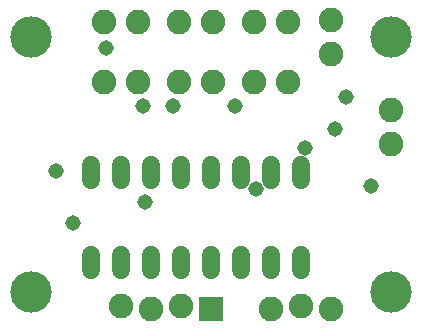
<source format=gbs>
G75*
%MOIN*%
%OFA0B0*%
%FSLAX25Y25*%
%IPPOS*%
%LPD*%
%AMOC8*
5,1,8,0,0,1.08239X$1,22.5*
%
%ADD10C,0.13800*%
%ADD11C,0.08200*%
%ADD12R,0.08200X0.08200*%
%ADD13C,0.06000*%
%ADD14C,0.05156*%
D10*
X0498333Y0016000D03*
X0618333Y0016000D03*
X0618333Y0101000D03*
X0498333Y0101000D03*
D11*
X0522633Y0106000D03*
X0534033Y0106000D03*
X0547633Y0106000D03*
X0559033Y0106000D03*
X0572633Y0106000D03*
X0584033Y0106000D03*
X0598333Y0106700D03*
X0598333Y0095300D03*
X0584033Y0086000D03*
X0572633Y0086000D03*
X0559033Y0086000D03*
X0547633Y0086000D03*
X0534033Y0086000D03*
X0522633Y0086000D03*
X0618333Y0076700D03*
X0618333Y0065300D03*
X0588333Y0011500D03*
X0598333Y0010500D03*
X0578333Y0010500D03*
X0548333Y0011500D03*
X0538333Y0010500D03*
X0528333Y0011500D03*
D12*
X0558333Y0010500D03*
D13*
X0558333Y0023400D02*
X0558333Y0028600D01*
X0548333Y0028600D02*
X0548333Y0023400D01*
X0538333Y0023400D02*
X0538333Y0028600D01*
X0528333Y0028600D02*
X0528333Y0023400D01*
X0518333Y0023400D02*
X0518333Y0028600D01*
X0568333Y0028600D02*
X0568333Y0023400D01*
X0578333Y0023400D02*
X0578333Y0028600D01*
X0588333Y0028600D02*
X0588333Y0023400D01*
X0588333Y0053400D02*
X0588333Y0058600D01*
X0578333Y0058600D02*
X0578333Y0053400D01*
X0568333Y0053400D02*
X0568333Y0058600D01*
X0558333Y0058600D02*
X0558333Y0053400D01*
X0548333Y0053400D02*
X0548333Y0058600D01*
X0538333Y0058600D02*
X0538333Y0053400D01*
X0528333Y0053400D02*
X0528333Y0058600D01*
X0518333Y0058600D02*
X0518333Y0053400D01*
D14*
X0506833Y0056500D03*
X0536333Y0046000D03*
X0573333Y0050500D03*
X0611833Y0051500D03*
X0589833Y0064000D03*
X0599833Y0070500D03*
X0566333Y0078000D03*
X0545833Y0078000D03*
X0535833Y0078000D03*
X0603333Y0081000D03*
X0523333Y0097500D03*
X0512333Y0039000D03*
M02*

</source>
